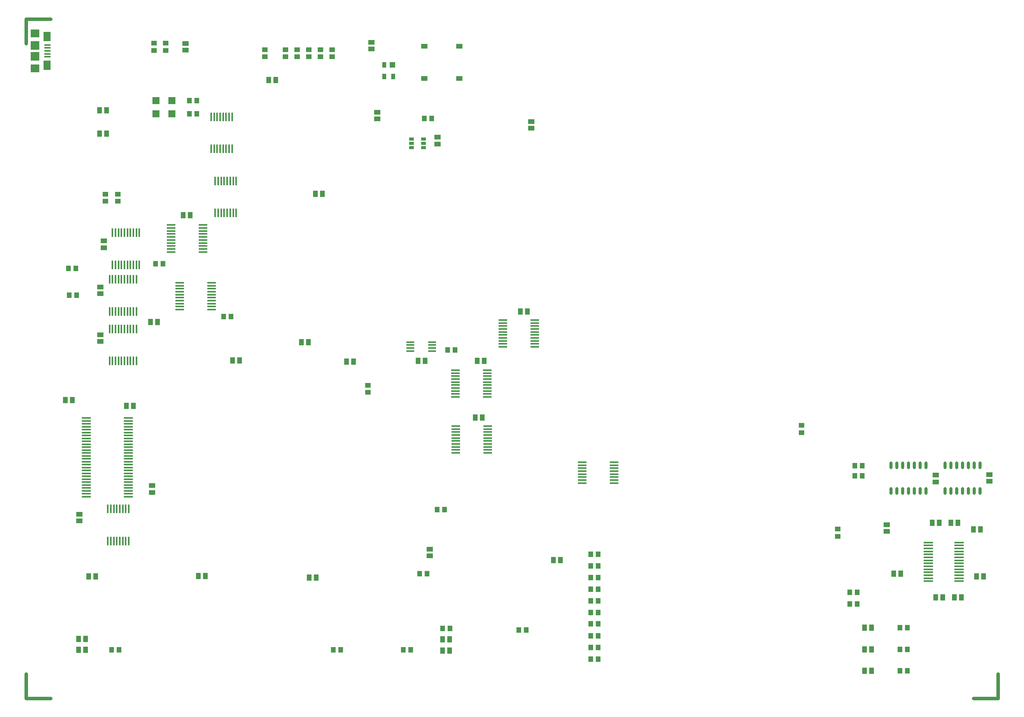
<source format=gtp>
%FSLAX25Y25*%
%MOIN*%
G70*
G01*
G75*
G04 Layer_Color=8421504*
%ADD10R,0.04331X0.05512*%
%ADD11R,0.08071X0.01772*%
%ADD12R,0.08071X0.01772*%
%ADD13R,0.05512X0.04331*%
%ADD14O,0.08000X0.01600*%
%ADD15O,0.01575X0.07480*%
%ADD16R,0.05118X0.03937*%
%ADD17R,0.03937X0.05118*%
%ADD18O,0.07480X0.01575*%
%ADD19R,0.07480X0.07087*%
%ADD20R,0.05315X0.01575*%
%ADD21R,0.06299X0.08268*%
%ADD22R,0.07480X0.07480*%
%ADD23O,0.02559X0.06693*%
%ADD24R,0.04000X0.02600*%
%ADD25R,0.05512X0.03937*%
%ADD26R,0.05906X0.05906*%
%ADD27O,0.07087X0.01575*%
%ADD28R,0.03500X0.05000*%
%ADD29R,0.05000X0.05000*%
%ADD30C,0.03000*%
%ADD31C,0.00700*%
%ADD32C,0.00800*%
%ADD33C,0.01000*%
%ADD34R,0.05906X0.05906*%
%ADD35C,0.05906*%
%ADD36C,0.04724*%
%ADD37R,0.04724X0.04724*%
%ADD38C,0.06000*%
%ADD39C,0.04000*%
%ADD40R,0.04000X0.04000*%
%ADD41R,0.05000X0.05000*%
%ADD42C,0.05000*%
%ADD43R,0.06500X0.06500*%
%ADD44C,0.06500*%
%ADD45C,0.12000*%
%ADD46C,0.14000*%
%ADD47R,0.06000X0.06000*%
%ADD48C,0.06693*%
%ADD49C,0.06299*%
%ADD50R,0.04000X0.04000*%
%ADD51C,0.15748*%
%ADD52R,0.06000X0.06000*%
%ADD53C,0.06200*%
%ADD54R,0.06200X0.06200*%
%ADD55C,0.08400*%
%ADD56C,0.10600*%
%ADD57C,0.12500*%
%ADD58C,0.00984*%
%ADD59C,0.00787*%
%ADD60C,0.01200*%
%ADD61C,0.00600*%
D10*
X878047Y185000D02*
D03*
X883953D02*
D03*
X205047Y421500D02*
D03*
X210953D02*
D03*
X233047Y513000D02*
D03*
X238953D02*
D03*
X306547Y629000D02*
D03*
X312453D02*
D03*
X352453Y531500D02*
D03*
X346547D02*
D03*
X167453Y603000D02*
D03*
X161547D02*
D03*
X167453Y583000D02*
D03*
X161547D02*
D03*
X184547Y349500D02*
D03*
X190453D02*
D03*
X346953Y202000D02*
D03*
X341047D02*
D03*
X378953Y387500D02*
D03*
X373047D02*
D03*
X143547Y140000D02*
D03*
X149453D02*
D03*
X461453Y139500D02*
D03*
X455547D02*
D03*
X913047Y203000D02*
D03*
X918953D02*
D03*
X910547Y243500D02*
D03*
X916453D02*
D03*
X896953Y249000D02*
D03*
X891047D02*
D03*
X875047D02*
D03*
X880953D02*
D03*
X848000Y205500D02*
D03*
X842094D02*
D03*
X556453Y217000D02*
D03*
X550547D02*
D03*
X137953Y354500D02*
D03*
X132047D02*
D03*
X522047Y430500D02*
D03*
X527953D02*
D03*
X455547Y149000D02*
D03*
X461453D02*
D03*
X822953Y122000D02*
D03*
X817047D02*
D03*
X822953Y159000D02*
D03*
X817047D02*
D03*
X822953Y140500D02*
D03*
X817047D02*
D03*
X440453Y388000D02*
D03*
X434547D02*
D03*
X894047Y185000D02*
D03*
X899953D02*
D03*
X281453Y388500D02*
D03*
X275547D02*
D03*
X334547Y404000D02*
D03*
X340453D02*
D03*
X149453Y149500D02*
D03*
X143547D02*
D03*
X489453Y339500D02*
D03*
X483547D02*
D03*
X157953Y203000D02*
D03*
X152047D02*
D03*
X490953Y388000D02*
D03*
X485047D02*
D03*
X246143Y203500D02*
D03*
X252049D02*
D03*
D11*
X871909Y232134D02*
D03*
D12*
Y229575D02*
D03*
Y227016D02*
D03*
Y224457D02*
D03*
Y221898D02*
D03*
Y219339D02*
D03*
Y216780D02*
D03*
Y214220D02*
D03*
Y211661D02*
D03*
Y209102D02*
D03*
Y206543D02*
D03*
Y203984D02*
D03*
Y201425D02*
D03*
Y198866D02*
D03*
X898091Y232134D02*
D03*
Y229575D02*
D03*
Y227016D02*
D03*
Y224457D02*
D03*
Y221898D02*
D03*
Y219339D02*
D03*
Y216780D02*
D03*
Y214220D02*
D03*
Y211661D02*
D03*
Y209102D02*
D03*
Y206543D02*
D03*
Y203984D02*
D03*
Y201425D02*
D03*
Y198866D02*
D03*
D13*
X531500Y593453D02*
D03*
Y587547D02*
D03*
X235000Y654547D02*
D03*
Y660453D02*
D03*
X399500Y601453D02*
D03*
Y595547D02*
D03*
X444500Y220547D02*
D03*
Y226453D02*
D03*
X451000Y574047D02*
D03*
Y579953D02*
D03*
X924000Y290453D02*
D03*
Y284547D02*
D03*
X878000Y284047D02*
D03*
Y289953D02*
D03*
X836000Y241547D02*
D03*
Y247453D02*
D03*
X165000Y485047D02*
D03*
Y490953D02*
D03*
X144000Y250547D02*
D03*
Y256453D02*
D03*
X162000Y410453D02*
D03*
Y404547D02*
D03*
Y451453D02*
D03*
Y445547D02*
D03*
X394500Y661453D02*
D03*
Y655547D02*
D03*
X206500Y275047D02*
D03*
Y280953D02*
D03*
D14*
X150000Y289000D02*
D03*
Y286500D02*
D03*
Y284000D02*
D03*
Y281500D02*
D03*
Y279000D02*
D03*
Y276500D02*
D03*
Y274000D02*
D03*
Y271500D02*
D03*
Y339000D02*
D03*
X186000D02*
D03*
Y271500D02*
D03*
X150000Y291500D02*
D03*
Y294000D02*
D03*
Y296500D02*
D03*
Y299000D02*
D03*
Y301500D02*
D03*
Y304000D02*
D03*
Y306500D02*
D03*
Y309000D02*
D03*
Y311500D02*
D03*
Y314000D02*
D03*
Y316500D02*
D03*
Y319000D02*
D03*
Y321500D02*
D03*
Y324000D02*
D03*
Y326500D02*
D03*
Y329000D02*
D03*
Y331500D02*
D03*
Y334000D02*
D03*
Y336500D02*
D03*
X186000D02*
D03*
Y334000D02*
D03*
Y331500D02*
D03*
Y329000D02*
D03*
Y326500D02*
D03*
Y324000D02*
D03*
Y321500D02*
D03*
Y319000D02*
D03*
Y316500D02*
D03*
Y314000D02*
D03*
Y311500D02*
D03*
Y309000D02*
D03*
Y306500D02*
D03*
Y304000D02*
D03*
Y301500D02*
D03*
Y299000D02*
D03*
Y296500D02*
D03*
Y294000D02*
D03*
Y291500D02*
D03*
Y289000D02*
D03*
Y286500D02*
D03*
Y284000D02*
D03*
Y281500D02*
D03*
Y279000D02*
D03*
Y276500D02*
D03*
Y274000D02*
D03*
D15*
X171059Y260862D02*
D03*
X173618D02*
D03*
X176177D02*
D03*
X178736D02*
D03*
X183854Y233500D02*
D03*
X181295D02*
D03*
X178736D02*
D03*
X176177D02*
D03*
X173618D02*
D03*
X168500D02*
D03*
X171059D02*
D03*
X183854Y260862D02*
D03*
X181295D02*
D03*
X186413D02*
D03*
X168500D02*
D03*
X186413Y233500D02*
D03*
X272441Y570138D02*
D03*
X269882D02*
D03*
X267323D02*
D03*
X264764D02*
D03*
X259646Y597500D02*
D03*
X262205D02*
D03*
X264764D02*
D03*
X267323D02*
D03*
X269882D02*
D03*
X275000D02*
D03*
X272441D02*
D03*
X259646Y570138D02*
D03*
X262205D02*
D03*
X257087D02*
D03*
X275000D02*
D03*
X257087Y597500D02*
D03*
X275941Y515138D02*
D03*
X273382D02*
D03*
X270823D02*
D03*
X268264D02*
D03*
X263146Y542500D02*
D03*
X265705D02*
D03*
X268264D02*
D03*
X270823D02*
D03*
X273382D02*
D03*
X278500D02*
D03*
X275941D02*
D03*
X263146Y515138D02*
D03*
X265705D02*
D03*
X260587D02*
D03*
X278500D02*
D03*
X260587Y542500D02*
D03*
X170000Y457862D02*
D03*
X177677D02*
D03*
X175118D02*
D03*
X172559D02*
D03*
X193032D02*
D03*
Y430500D02*
D03*
X190472D02*
D03*
X172559D02*
D03*
X170000D02*
D03*
X175118D02*
D03*
X177677D02*
D03*
X180236D02*
D03*
X182795D02*
D03*
X185354D02*
D03*
X187913D02*
D03*
X190472Y457862D02*
D03*
X187913D02*
D03*
X185354D02*
D03*
X182795D02*
D03*
X180236D02*
D03*
X172500Y497862D02*
D03*
X180177D02*
D03*
X177618D02*
D03*
X175059D02*
D03*
X195532D02*
D03*
Y470500D02*
D03*
X192972D02*
D03*
X175059D02*
D03*
X172500D02*
D03*
X177618D02*
D03*
X180177D02*
D03*
X182736D02*
D03*
X185295D02*
D03*
X187854D02*
D03*
X190413D02*
D03*
X192972Y497862D02*
D03*
X190413D02*
D03*
X187854D02*
D03*
X185295D02*
D03*
X182736D02*
D03*
X193000Y388138D02*
D03*
X185323D02*
D03*
X187882D02*
D03*
X190441D02*
D03*
X169969D02*
D03*
Y415500D02*
D03*
X172528D02*
D03*
X190441D02*
D03*
X193000D02*
D03*
X187882D02*
D03*
X185323D02*
D03*
X182764D02*
D03*
X180205D02*
D03*
X177646D02*
D03*
X175087D02*
D03*
X172528Y388138D02*
D03*
X175087D02*
D03*
X177646D02*
D03*
X180205D02*
D03*
X182764D02*
D03*
D16*
X360665Y655150D02*
D03*
Y648850D02*
D03*
X350665Y655150D02*
D03*
Y648850D02*
D03*
X340665D02*
D03*
Y655150D02*
D03*
X330665Y648850D02*
D03*
Y655150D02*
D03*
X320665Y648850D02*
D03*
Y655150D02*
D03*
X208000Y660650D02*
D03*
Y654350D02*
D03*
X218000D02*
D03*
Y660650D02*
D03*
X391500Y360850D02*
D03*
Y367150D02*
D03*
X166500Y524850D02*
D03*
Y531150D02*
D03*
X177000Y524850D02*
D03*
Y531150D02*
D03*
X794000Y243650D02*
D03*
Y237350D02*
D03*
X763000Y332650D02*
D03*
Y326350D02*
D03*
X303000Y655150D02*
D03*
Y648850D02*
D03*
D17*
X588650Y142000D02*
D03*
X582350D02*
D03*
X588650Y152000D02*
D03*
X582350D02*
D03*
X588650Y182000D02*
D03*
X582350D02*
D03*
X588650Y172000D02*
D03*
X582350D02*
D03*
X588650Y162500D02*
D03*
X582350D02*
D03*
X588650Y192000D02*
D03*
X582350D02*
D03*
X459850Y397500D02*
D03*
X466150D02*
D03*
X435850Y205500D02*
D03*
X442150D02*
D03*
X274150Y426000D02*
D03*
X267850D02*
D03*
X215650Y471500D02*
D03*
X209350D02*
D03*
X804350Y179500D02*
D03*
X810650D02*
D03*
X804350Y189500D02*
D03*
X810650D02*
D03*
X847350Y122000D02*
D03*
X853650D02*
D03*
X847350Y159000D02*
D03*
X853650D02*
D03*
X847350Y140500D02*
D03*
X853650D02*
D03*
X141650Y444500D02*
D03*
X135350D02*
D03*
X244650Y600000D02*
D03*
X238350D02*
D03*
Y611500D02*
D03*
X244650D02*
D03*
X815150Y298000D02*
D03*
X808850D02*
D03*
X439850Y596000D02*
D03*
X446150D02*
D03*
X520850Y157000D02*
D03*
X527150D02*
D03*
X141150Y467500D02*
D03*
X134850D02*
D03*
X588650Y202000D02*
D03*
X582350D02*
D03*
X588650Y132000D02*
D03*
X582350D02*
D03*
X450850Y260500D02*
D03*
X457150D02*
D03*
X588650Y212000D02*
D03*
X582350D02*
D03*
X815150Y289500D02*
D03*
X808850D02*
D03*
X455350Y158500D02*
D03*
X461650D02*
D03*
X588650Y222000D02*
D03*
X582350D02*
D03*
X171850Y140000D02*
D03*
X178150D02*
D03*
X421850D02*
D03*
X428150D02*
D03*
X361850D02*
D03*
X368150D02*
D03*
D18*
X602362Y298441D02*
D03*
Y295882D02*
D03*
Y293323D02*
D03*
Y290764D02*
D03*
X575000Y285646D02*
D03*
Y288205D02*
D03*
Y290764D02*
D03*
Y293323D02*
D03*
Y295882D02*
D03*
Y301000D02*
D03*
Y298441D02*
D03*
X602362Y285646D02*
D03*
Y288205D02*
D03*
Y283087D02*
D03*
Y301000D02*
D03*
X575000Y283087D02*
D03*
X466638Y309000D02*
D03*
Y316677D02*
D03*
Y314118D02*
D03*
Y311559D02*
D03*
Y332032D02*
D03*
X494000D02*
D03*
Y329472D02*
D03*
Y311559D02*
D03*
Y309000D02*
D03*
Y314118D02*
D03*
Y316677D02*
D03*
Y319236D02*
D03*
Y321795D02*
D03*
Y324354D02*
D03*
Y326913D02*
D03*
X466638Y329472D02*
D03*
Y326913D02*
D03*
Y324354D02*
D03*
Y321795D02*
D03*
Y319236D02*
D03*
X534362Y412764D02*
D03*
Y410205D02*
D03*
Y407646D02*
D03*
Y405087D02*
D03*
Y402528D02*
D03*
X507000Y405087D02*
D03*
Y407646D02*
D03*
Y410205D02*
D03*
Y412764D02*
D03*
Y415323D02*
D03*
Y417882D02*
D03*
Y423000D02*
D03*
Y420441D02*
D03*
Y402528D02*
D03*
Y399969D02*
D03*
X534362D02*
D03*
Y420441D02*
D03*
Y417882D02*
D03*
Y415323D02*
D03*
Y423000D02*
D03*
X230138Y432000D02*
D03*
Y439677D02*
D03*
Y437118D02*
D03*
Y434559D02*
D03*
Y455032D02*
D03*
X257500D02*
D03*
Y452472D02*
D03*
Y434559D02*
D03*
Y432000D02*
D03*
Y437118D02*
D03*
Y439677D02*
D03*
Y442236D02*
D03*
Y444795D02*
D03*
Y447354D02*
D03*
Y449913D02*
D03*
X230138Y452472D02*
D03*
Y449913D02*
D03*
Y447354D02*
D03*
Y444795D02*
D03*
Y442236D02*
D03*
X222638Y481500D02*
D03*
Y489177D02*
D03*
Y486618D02*
D03*
Y484059D02*
D03*
Y504532D02*
D03*
X250000D02*
D03*
Y501972D02*
D03*
Y484059D02*
D03*
Y481500D02*
D03*
Y486618D02*
D03*
Y489177D02*
D03*
Y491736D02*
D03*
Y494295D02*
D03*
Y496854D02*
D03*
Y499413D02*
D03*
X222638Y501972D02*
D03*
Y499413D02*
D03*
Y496854D02*
D03*
Y494295D02*
D03*
Y491736D02*
D03*
X493862Y380000D02*
D03*
Y372323D02*
D03*
Y374882D02*
D03*
Y377441D02*
D03*
Y356969D02*
D03*
X466500D02*
D03*
Y359528D02*
D03*
Y377441D02*
D03*
Y380000D02*
D03*
Y374882D02*
D03*
Y372323D02*
D03*
Y369764D02*
D03*
Y367205D02*
D03*
Y364646D02*
D03*
Y362087D02*
D03*
X493862Y359528D02*
D03*
Y362087D02*
D03*
Y364646D02*
D03*
Y367205D02*
D03*
Y369764D02*
D03*
D19*
X106240Y668957D02*
D03*
Y639035D02*
D03*
D20*
X116772Y651437D02*
D03*
Y648878D02*
D03*
Y653996D02*
D03*
Y656555D02*
D03*
Y659114D02*
D03*
D21*
X116280Y641791D02*
D03*
Y666201D02*
D03*
D22*
X106240Y649272D02*
D03*
Y658720D02*
D03*
D23*
X839720Y276346D02*
D03*
X844720D02*
D03*
X849720D02*
D03*
X869720D02*
D03*
X864720D02*
D03*
X859720D02*
D03*
X854720D02*
D03*
Y298394D02*
D03*
X859720D02*
D03*
X864720D02*
D03*
X869720D02*
D03*
X849720D02*
D03*
X844720D02*
D03*
X839720D02*
D03*
X886220Y276346D02*
D03*
X891220D02*
D03*
X896220D02*
D03*
X916220D02*
D03*
X911220D02*
D03*
X906220D02*
D03*
X901220D02*
D03*
Y298394D02*
D03*
X906220D02*
D03*
X911220D02*
D03*
X916220D02*
D03*
X896220D02*
D03*
X891220D02*
D03*
X886220D02*
D03*
D24*
X439000Y578500D02*
D03*
Y571000D02*
D03*
Y574750D02*
D03*
X428800Y578500D02*
D03*
Y574750D02*
D03*
Y571000D02*
D03*
D25*
X439756Y630472D02*
D03*
Y658032D02*
D03*
X469744Y658028D02*
D03*
Y630469D02*
D03*
D26*
X223390Y600000D02*
D03*
X209610D02*
D03*
X223390Y611500D02*
D03*
X209610D02*
D03*
D27*
X427602Y396500D02*
D03*
X446500D02*
D03*
X427602Y404177D02*
D03*
Y401618D02*
D03*
Y399059D02*
D03*
X446500Y404177D02*
D03*
Y401618D02*
D03*
Y399059D02*
D03*
D28*
X405500Y632000D02*
D03*
X413000D02*
D03*
X405500Y642000D02*
D03*
D29*
X412500D02*
D03*
D30*
X98500Y98500D02*
Y119500D01*
X931500Y98500D02*
Y119500D01*
X98500Y660500D02*
Y681500D01*
Y98500D02*
X119500D01*
X910500D02*
X931500D01*
X98500Y681500D02*
X119500D01*
M02*

</source>
